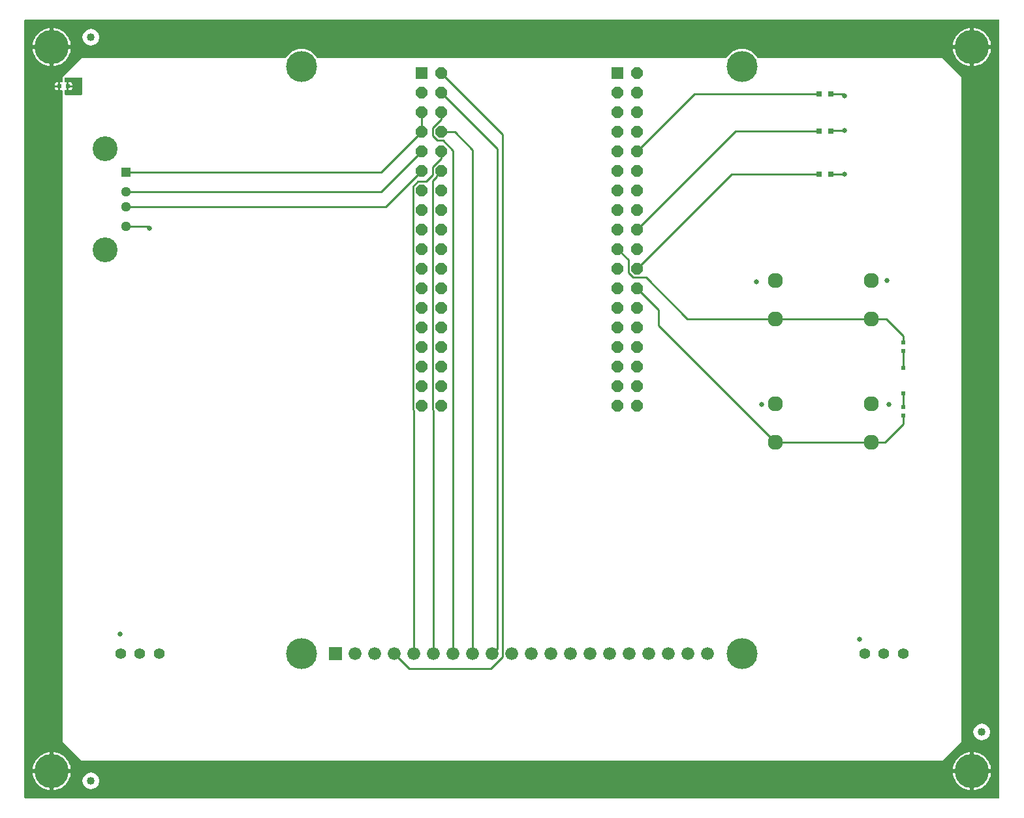
<source format=gbr>
G04 EAGLE Gerber RS-274X export*
G75*
%MOMM*%
%FSLAX34Y34*%
%LPD*%
%INTop Copper*%
%IPPOS*%
%AMOC8*
5,1,8,0,0,1.08239X$1,22.5*%
G01*
%ADD10R,0.800000X0.800000*%
%ADD11C,1.016000*%
%ADD12R,1.288000X1.288000*%
%ADD13C,1.288000*%
%ADD14C,3.220000*%
%ADD15R,1.676400X1.676400*%
%ADD16C,1.676400*%
%ADD17C,4.016000*%
%ADD18C,1.400000*%
%ADD19R,0.508000X0.609600*%
%ADD20C,1.960000*%
%ADD21R,1.524000X1.524000*%
%ADD22P,1.649562X8X292.500000*%
%ADD23R,0.609600X0.508000*%
%ADD24C,4.445000*%
%ADD25C,0.609600*%
%ADD26C,0.254000*%
%ADD27C,0.654800*%

G36*
X1267444Y1012308D02*
X1267444Y1012308D01*
X1267437Y1012427D01*
X1267424Y1012465D01*
X1267419Y1012506D01*
X1267376Y1012616D01*
X1267339Y1012729D01*
X1267317Y1012764D01*
X1267302Y1012801D01*
X1267233Y1012897D01*
X1267169Y1012998D01*
X1267139Y1013026D01*
X1267116Y1013059D01*
X1267024Y1013135D01*
X1266937Y1013216D01*
X1266902Y1013236D01*
X1266871Y1013261D01*
X1266763Y1013312D01*
X1266659Y1013370D01*
X1266619Y1013380D01*
X1266583Y1013397D01*
X1266466Y1013419D01*
X1266351Y1013449D01*
X1266291Y1013453D01*
X1266271Y1013457D01*
X1266250Y1013455D01*
X1266190Y1013459D01*
X3810Y1013459D01*
X3692Y1013444D01*
X3573Y1013437D01*
X3535Y1013424D01*
X3494Y1013419D01*
X3384Y1013376D01*
X3271Y1013339D01*
X3236Y1013317D01*
X3199Y1013302D01*
X3103Y1013233D01*
X3002Y1013169D01*
X2974Y1013139D01*
X2941Y1013116D01*
X2865Y1013024D01*
X2784Y1012937D01*
X2764Y1012902D01*
X2739Y1012871D01*
X2688Y1012763D01*
X2630Y1012659D01*
X2620Y1012619D01*
X2603Y1012583D01*
X2581Y1012466D01*
X2551Y1012351D01*
X2547Y1012291D01*
X2543Y1012271D01*
X2545Y1012250D01*
X2541Y1012190D01*
X2541Y3810D01*
X2556Y3692D01*
X2563Y3573D01*
X2576Y3535D01*
X2581Y3494D01*
X2624Y3384D01*
X2661Y3271D01*
X2683Y3236D01*
X2698Y3199D01*
X2767Y3103D01*
X2831Y3002D01*
X2861Y2974D01*
X2884Y2941D01*
X2976Y2865D01*
X3063Y2784D01*
X3098Y2764D01*
X3129Y2739D01*
X3237Y2688D01*
X3341Y2630D01*
X3381Y2620D01*
X3417Y2603D01*
X3534Y2581D01*
X3649Y2551D01*
X3709Y2547D01*
X3729Y2543D01*
X3750Y2545D01*
X3810Y2541D01*
X1266190Y2541D01*
X1266308Y2556D01*
X1266427Y2563D01*
X1266465Y2576D01*
X1266506Y2581D01*
X1266616Y2624D01*
X1266729Y2661D01*
X1266764Y2683D01*
X1266801Y2698D01*
X1266897Y2767D01*
X1266998Y2831D01*
X1267026Y2861D01*
X1267059Y2884D01*
X1267135Y2976D01*
X1267216Y3063D01*
X1267236Y3098D01*
X1267261Y3129D01*
X1267312Y3237D01*
X1267370Y3341D01*
X1267380Y3381D01*
X1267397Y3417D01*
X1267419Y3534D01*
X1267449Y3649D01*
X1267453Y3709D01*
X1267457Y3729D01*
X1267455Y3750D01*
X1267459Y3810D01*
X1267459Y1012190D01*
X1267444Y1012308D01*
G37*
%LPC*%
G36*
X52054Y920868D02*
X52054Y920868D01*
X52047Y920987D01*
X52034Y921025D01*
X52029Y921066D01*
X51986Y921176D01*
X51949Y921289D01*
X51927Y921324D01*
X51912Y921361D01*
X51843Y921457D01*
X51779Y921558D01*
X51749Y921586D01*
X51726Y921619D01*
X51634Y921695D01*
X51547Y921776D01*
X51512Y921796D01*
X51481Y921821D01*
X51373Y921872D01*
X51269Y921930D01*
X51229Y921940D01*
X51193Y921957D01*
X51076Y921979D01*
X50961Y922009D01*
X50901Y922013D01*
X50881Y922017D01*
X50860Y922015D01*
X50800Y922019D01*
X49021Y922019D01*
X49021Y927100D01*
X49021Y932181D01*
X50800Y932181D01*
X50918Y932196D01*
X51037Y932203D01*
X51075Y932216D01*
X51116Y932221D01*
X51226Y932264D01*
X51339Y932301D01*
X51374Y932323D01*
X51411Y932338D01*
X51507Y932407D01*
X51608Y932471D01*
X51636Y932501D01*
X51669Y932524D01*
X51745Y932616D01*
X51826Y932703D01*
X51846Y932738D01*
X51871Y932769D01*
X51922Y932877D01*
X51980Y932981D01*
X51990Y933021D01*
X52007Y933057D01*
X52029Y933174D01*
X52059Y933289D01*
X52063Y933349D01*
X52067Y933369D01*
X52065Y933390D01*
X52069Y933450D01*
X52069Y939274D01*
X76726Y963931D01*
X341352Y963931D01*
X341382Y963934D01*
X341411Y963932D01*
X341539Y963954D01*
X341668Y963971D01*
X341695Y963981D01*
X341724Y963987D01*
X341843Y964040D01*
X341963Y964088D01*
X341987Y964105D01*
X342014Y964117D01*
X342116Y964198D01*
X342221Y964274D01*
X342240Y964297D01*
X342263Y964316D01*
X342341Y964419D01*
X342424Y964519D01*
X342436Y964546D01*
X342454Y964570D01*
X342525Y964714D01*
X342773Y965314D01*
X349136Y971677D01*
X357450Y975121D01*
X366450Y975121D01*
X374764Y971677D01*
X381127Y965314D01*
X381375Y964714D01*
X381390Y964689D01*
X381399Y964661D01*
X381468Y964551D01*
X381533Y964438D01*
X381553Y964417D01*
X381569Y964392D01*
X381664Y964303D01*
X381754Y964210D01*
X381779Y964194D01*
X381801Y964174D01*
X381914Y964111D01*
X382025Y964043D01*
X382053Y964035D01*
X382079Y964020D01*
X382205Y963988D01*
X382329Y963950D01*
X382359Y963948D01*
X382387Y963941D01*
X382548Y963931D01*
X912852Y963931D01*
X912882Y963934D01*
X912911Y963932D01*
X913039Y963954D01*
X913168Y963971D01*
X913195Y963981D01*
X913224Y963987D01*
X913343Y964040D01*
X913463Y964088D01*
X913487Y964105D01*
X913514Y964117D01*
X913616Y964198D01*
X913721Y964274D01*
X913740Y964297D01*
X913763Y964316D01*
X913841Y964419D01*
X913924Y964519D01*
X913936Y964546D01*
X913954Y964570D01*
X914025Y964714D01*
X914273Y965314D01*
X920636Y971677D01*
X928950Y975121D01*
X937950Y975121D01*
X946264Y971677D01*
X952627Y965314D01*
X952875Y964714D01*
X952890Y964689D01*
X952899Y964661D01*
X952968Y964551D01*
X953033Y964438D01*
X953053Y964417D01*
X953069Y964392D01*
X953164Y964303D01*
X953254Y964210D01*
X953279Y964194D01*
X953301Y964174D01*
X953414Y964111D01*
X953525Y964043D01*
X953553Y964035D01*
X953579Y964020D01*
X953705Y963988D01*
X953829Y963950D01*
X953859Y963948D01*
X953887Y963941D01*
X954048Y963931D01*
X1193274Y963931D01*
X1217931Y939274D01*
X1217931Y76726D01*
X1193274Y52069D01*
X76726Y52069D01*
X52069Y76726D01*
X52069Y920750D01*
X52054Y920868D01*
G37*
%LPD*%
G36*
X76318Y915686D02*
X76318Y915686D01*
X76437Y915693D01*
X76475Y915706D01*
X76516Y915711D01*
X76626Y915754D01*
X76739Y915791D01*
X76774Y915813D01*
X76811Y915828D01*
X76907Y915898D01*
X77008Y915961D01*
X77036Y915991D01*
X77069Y916014D01*
X77145Y916106D01*
X77226Y916193D01*
X77246Y916228D01*
X77271Y916259D01*
X77322Y916367D01*
X77380Y916471D01*
X77390Y916511D01*
X77407Y916547D01*
X77429Y916664D01*
X77459Y916779D01*
X77463Y916840D01*
X77467Y916860D01*
X77465Y916880D01*
X77469Y916940D01*
X77469Y937260D01*
X77454Y937378D01*
X77447Y937497D01*
X77434Y937535D01*
X77429Y937576D01*
X77386Y937686D01*
X77349Y937799D01*
X77327Y937834D01*
X77312Y937871D01*
X77243Y937967D01*
X77179Y938068D01*
X77149Y938096D01*
X77126Y938129D01*
X77034Y938205D01*
X76947Y938286D01*
X76912Y938306D01*
X76881Y938331D01*
X76773Y938382D01*
X76669Y938440D01*
X76629Y938450D01*
X76593Y938467D01*
X76476Y938489D01*
X76361Y938519D01*
X76301Y938523D01*
X76281Y938527D01*
X76260Y938525D01*
X76200Y938529D01*
X55880Y938529D01*
X55762Y938514D01*
X55643Y938507D01*
X55605Y938494D01*
X55564Y938489D01*
X55454Y938446D01*
X55341Y938409D01*
X55306Y938387D01*
X55269Y938372D01*
X55173Y938303D01*
X55072Y938239D01*
X55044Y938209D01*
X55011Y938186D01*
X54936Y938094D01*
X54854Y938007D01*
X54834Y937972D01*
X54809Y937941D01*
X54758Y937833D01*
X54700Y937729D01*
X54690Y937689D01*
X54673Y937653D01*
X54651Y937536D01*
X54621Y937421D01*
X54617Y937361D01*
X54613Y937341D01*
X54614Y937331D01*
X54613Y937328D01*
X54614Y937314D01*
X54611Y937260D01*
X54611Y933450D01*
X54626Y933332D01*
X54633Y933213D01*
X54646Y933175D01*
X54651Y933134D01*
X54694Y933024D01*
X54731Y932911D01*
X54753Y932876D01*
X54768Y932839D01*
X54838Y932743D01*
X54901Y932642D01*
X54931Y932614D01*
X54954Y932581D01*
X55046Y932505D01*
X55133Y932424D01*
X55168Y932404D01*
X55199Y932379D01*
X55307Y932328D01*
X55411Y932270D01*
X55451Y932260D01*
X55487Y932243D01*
X55604Y932221D01*
X55719Y932191D01*
X55780Y932187D01*
X55800Y932183D01*
X55820Y932185D01*
X55880Y932181D01*
X57659Y932181D01*
X57659Y927100D01*
X57659Y922019D01*
X55880Y922019D01*
X55762Y922004D01*
X55643Y921997D01*
X55605Y921984D01*
X55564Y921979D01*
X55454Y921936D01*
X55341Y921899D01*
X55306Y921877D01*
X55269Y921862D01*
X55173Y921793D01*
X55072Y921729D01*
X55044Y921699D01*
X55011Y921676D01*
X54936Y921584D01*
X54854Y921497D01*
X54834Y921462D01*
X54809Y921431D01*
X54758Y921323D01*
X54700Y921219D01*
X54690Y921179D01*
X54673Y921143D01*
X54651Y921026D01*
X54621Y920911D01*
X54617Y920851D01*
X54613Y920831D01*
X54613Y920829D01*
X54613Y920828D01*
X54615Y920809D01*
X54611Y920750D01*
X54611Y916940D01*
X54626Y916822D01*
X54633Y916703D01*
X54646Y916665D01*
X54651Y916624D01*
X54694Y916514D01*
X54731Y916401D01*
X54753Y916366D01*
X54768Y916329D01*
X54838Y916233D01*
X54901Y916132D01*
X54931Y916104D01*
X54954Y916071D01*
X55046Y915996D01*
X55133Y915914D01*
X55168Y915894D01*
X55199Y915869D01*
X55307Y915818D01*
X55411Y915760D01*
X55451Y915750D01*
X55487Y915733D01*
X55604Y915711D01*
X55719Y915681D01*
X55780Y915677D01*
X55800Y915673D01*
X55820Y915675D01*
X55880Y915671D01*
X76200Y915671D01*
X76318Y915686D01*
G37*
%LPC*%
G36*
X83368Y981019D02*
X83368Y981019D01*
X79319Y985068D01*
X77836Y990600D01*
X79319Y996132D01*
X83368Y1000181D01*
X88900Y1001664D01*
X94432Y1000181D01*
X98481Y996132D01*
X99964Y990600D01*
X98481Y985068D01*
X94432Y981019D01*
X88900Y979536D01*
X83368Y981019D01*
G37*
%LPD*%
%LPC*%
G36*
X83368Y15819D02*
X83368Y15819D01*
X79319Y19868D01*
X77836Y25400D01*
X79319Y30932D01*
X83368Y34981D01*
X88900Y36464D01*
X94432Y34981D01*
X98481Y30932D01*
X99964Y25400D01*
X98481Y19868D01*
X94432Y15819D01*
X88900Y14336D01*
X83368Y15819D01*
G37*
%LPD*%
%LPC*%
G36*
X1239068Y79319D02*
X1239068Y79319D01*
X1235019Y83368D01*
X1233536Y88900D01*
X1235019Y94432D01*
X1239068Y98481D01*
X1244600Y99964D01*
X1250132Y98481D01*
X1254181Y94432D01*
X1255664Y88900D01*
X1254181Y83368D01*
X1250132Y79319D01*
X1244600Y77836D01*
X1239068Y79319D01*
G37*
%LPD*%
%LPC*%
G36*
X40639Y980439D02*
X40639Y980439D01*
X40639Y1002536D01*
X42255Y1002354D01*
X44967Y1001735D01*
X47592Y1000817D01*
X50099Y999610D01*
X52454Y998130D01*
X54629Y996395D01*
X56595Y994429D01*
X58330Y992254D01*
X59810Y989899D01*
X61017Y987392D01*
X61935Y984767D01*
X62554Y982055D01*
X62736Y980439D01*
X40639Y980439D01*
G37*
%LPD*%
%LPC*%
G36*
X1234439Y980439D02*
X1234439Y980439D01*
X1234439Y1002536D01*
X1236055Y1002354D01*
X1238767Y1001735D01*
X1241392Y1000817D01*
X1243899Y999610D01*
X1246254Y998130D01*
X1248429Y996395D01*
X1250395Y994429D01*
X1252130Y992254D01*
X1253610Y989899D01*
X1254817Y987392D01*
X1255735Y984767D01*
X1256354Y982055D01*
X1256536Y980439D01*
X1234439Y980439D01*
G37*
%LPD*%
%LPC*%
G36*
X40639Y40639D02*
X40639Y40639D01*
X40639Y62736D01*
X42255Y62554D01*
X44967Y61935D01*
X47592Y61017D01*
X50099Y59810D01*
X52454Y58330D01*
X54629Y56595D01*
X56595Y54629D01*
X58330Y52454D01*
X59810Y50099D01*
X61017Y47592D01*
X61935Y44967D01*
X62554Y42255D01*
X62736Y40639D01*
X40639Y40639D01*
G37*
%LPD*%
%LPC*%
G36*
X1234439Y40639D02*
X1234439Y40639D01*
X1234439Y62736D01*
X1236055Y62554D01*
X1238767Y61935D01*
X1241392Y61017D01*
X1243899Y59810D01*
X1246254Y58330D01*
X1248429Y56595D01*
X1250395Y54629D01*
X1252130Y52454D01*
X1253610Y50099D01*
X1254817Y47592D01*
X1255735Y44967D01*
X1256354Y42255D01*
X1256536Y40639D01*
X1234439Y40639D01*
G37*
%LPD*%
%LPC*%
G36*
X13464Y980439D02*
X13464Y980439D01*
X13646Y982055D01*
X14265Y984767D01*
X15183Y987392D01*
X16390Y989899D01*
X17870Y992254D01*
X19605Y994429D01*
X21571Y996395D01*
X23746Y998130D01*
X26101Y999610D01*
X28608Y1000817D01*
X31233Y1001735D01*
X33945Y1002354D01*
X35561Y1002536D01*
X35561Y980439D01*
X13464Y980439D01*
G37*
%LPD*%
%LPC*%
G36*
X1207264Y980439D02*
X1207264Y980439D01*
X1207446Y982055D01*
X1208065Y984767D01*
X1208983Y987392D01*
X1210190Y989899D01*
X1211670Y992254D01*
X1213405Y994429D01*
X1215371Y996395D01*
X1217546Y998130D01*
X1219901Y999610D01*
X1222408Y1000817D01*
X1225033Y1001735D01*
X1227745Y1002354D01*
X1229361Y1002536D01*
X1229361Y980439D01*
X1207264Y980439D01*
G37*
%LPD*%
%LPC*%
G36*
X13464Y40639D02*
X13464Y40639D01*
X13646Y42255D01*
X14265Y44967D01*
X15183Y47592D01*
X16390Y50099D01*
X17870Y52454D01*
X19605Y54629D01*
X21571Y56595D01*
X23746Y58330D01*
X26101Y59810D01*
X28608Y61017D01*
X31233Y61935D01*
X33945Y62554D01*
X35561Y62736D01*
X35561Y40639D01*
X13464Y40639D01*
G37*
%LPD*%
%LPC*%
G36*
X1207264Y40639D02*
X1207264Y40639D01*
X1207446Y42255D01*
X1208065Y44967D01*
X1208983Y47592D01*
X1210190Y50099D01*
X1211670Y52454D01*
X1213405Y54629D01*
X1215371Y56595D01*
X1217546Y58330D01*
X1219901Y59810D01*
X1222408Y61017D01*
X1225033Y61935D01*
X1227745Y62554D01*
X1229361Y62736D01*
X1229361Y40639D01*
X1207264Y40639D01*
G37*
%LPD*%
%LPC*%
G36*
X1234439Y35561D02*
X1234439Y35561D01*
X1256536Y35561D01*
X1256354Y33945D01*
X1255735Y31233D01*
X1254817Y28608D01*
X1253610Y26101D01*
X1252130Y23746D01*
X1250395Y21571D01*
X1248429Y19605D01*
X1246254Y17870D01*
X1243899Y16390D01*
X1241392Y15183D01*
X1238767Y14265D01*
X1236055Y13646D01*
X1234439Y13464D01*
X1234439Y35561D01*
G37*
%LPD*%
%LPC*%
G36*
X40639Y35561D02*
X40639Y35561D01*
X62736Y35561D01*
X62554Y33945D01*
X61935Y31233D01*
X61017Y28608D01*
X59810Y26101D01*
X58330Y23746D01*
X56595Y21571D01*
X54629Y19605D01*
X52454Y17870D01*
X50099Y16390D01*
X47592Y15183D01*
X44967Y14265D01*
X42255Y13646D01*
X40639Y13464D01*
X40639Y35561D01*
G37*
%LPD*%
%LPC*%
G36*
X1234439Y975361D02*
X1234439Y975361D01*
X1256536Y975361D01*
X1256354Y973745D01*
X1255735Y971033D01*
X1254817Y968408D01*
X1253610Y965901D01*
X1252130Y963546D01*
X1250395Y961371D01*
X1248429Y959405D01*
X1246254Y957670D01*
X1243899Y956190D01*
X1241392Y954983D01*
X1238767Y954065D01*
X1236055Y953446D01*
X1234439Y953264D01*
X1234439Y975361D01*
G37*
%LPD*%
%LPC*%
G36*
X40639Y975361D02*
X40639Y975361D01*
X62736Y975361D01*
X62554Y973745D01*
X61935Y971033D01*
X61017Y968408D01*
X59810Y965901D01*
X58330Y963546D01*
X56595Y961371D01*
X54629Y959405D01*
X52454Y957670D01*
X50099Y956190D01*
X47592Y954983D01*
X44967Y954065D01*
X42255Y953446D01*
X40639Y953264D01*
X40639Y975361D01*
G37*
%LPD*%
%LPC*%
G36*
X1227745Y13646D02*
X1227745Y13646D01*
X1225033Y14265D01*
X1222408Y15183D01*
X1219901Y16390D01*
X1217546Y17870D01*
X1215371Y19605D01*
X1213405Y21571D01*
X1211670Y23746D01*
X1210190Y26101D01*
X1208983Y28608D01*
X1208065Y31233D01*
X1207446Y33945D01*
X1207264Y35561D01*
X1229361Y35561D01*
X1229361Y13464D01*
X1227745Y13646D01*
G37*
%LPD*%
%LPC*%
G36*
X33945Y13646D02*
X33945Y13646D01*
X31233Y14265D01*
X28608Y15183D01*
X26101Y16390D01*
X23746Y17870D01*
X21571Y19605D01*
X19605Y21571D01*
X17870Y23746D01*
X16390Y26101D01*
X15183Y28608D01*
X14265Y31233D01*
X13646Y33945D01*
X13464Y35561D01*
X35561Y35561D01*
X35561Y13464D01*
X33945Y13646D01*
G37*
%LPD*%
%LPC*%
G36*
X1227745Y953446D02*
X1227745Y953446D01*
X1225033Y954065D01*
X1222408Y954983D01*
X1219901Y956190D01*
X1217546Y957670D01*
X1215371Y959405D01*
X1213405Y961371D01*
X1211670Y963546D01*
X1210190Y965901D01*
X1208983Y968408D01*
X1208065Y971033D01*
X1207446Y973745D01*
X1207264Y975361D01*
X1229361Y975361D01*
X1229361Y953264D01*
X1227745Y953446D01*
G37*
%LPD*%
%LPC*%
G36*
X33945Y953446D02*
X33945Y953446D01*
X31233Y954065D01*
X28608Y954983D01*
X26101Y956190D01*
X23746Y957670D01*
X21571Y959405D01*
X19605Y961371D01*
X17870Y963546D01*
X16390Y965901D01*
X15183Y968408D01*
X14265Y971033D01*
X13646Y973745D01*
X13464Y975361D01*
X35561Y975361D01*
X35561Y953264D01*
X33945Y953446D01*
G37*
%LPD*%
%LPC*%
G36*
X60197Y928369D02*
X60197Y928369D01*
X60197Y932181D01*
X62310Y932181D01*
X62957Y932008D01*
X63536Y931673D01*
X64009Y931200D01*
X64344Y930621D01*
X64517Y929974D01*
X64517Y928369D01*
X60197Y928369D01*
G37*
%LPD*%
%LPC*%
G36*
X42163Y928369D02*
X42163Y928369D01*
X42163Y929974D01*
X42336Y930621D01*
X42671Y931200D01*
X43144Y931673D01*
X43723Y932008D01*
X44370Y932181D01*
X46483Y932181D01*
X46483Y928369D01*
X42163Y928369D01*
G37*
%LPD*%
%LPC*%
G36*
X60197Y922019D02*
X60197Y922019D01*
X60197Y925831D01*
X64517Y925831D01*
X64517Y924226D01*
X64344Y923579D01*
X64009Y923000D01*
X63536Y922527D01*
X62957Y922192D01*
X62310Y922019D01*
X60197Y922019D01*
G37*
%LPD*%
%LPC*%
G36*
X44370Y922019D02*
X44370Y922019D01*
X43723Y922192D01*
X43144Y922527D01*
X42671Y923000D01*
X42336Y923579D01*
X42163Y924226D01*
X42163Y925831D01*
X46483Y925831D01*
X46483Y922019D01*
X44370Y922019D01*
G37*
%LPD*%
%LPC*%
G36*
X1231899Y977899D02*
X1231899Y977899D01*
X1231899Y977901D01*
X1231901Y977901D01*
X1231901Y977899D01*
X1231899Y977899D01*
G37*
%LPD*%
%LPC*%
G36*
X38099Y977899D02*
X38099Y977899D01*
X38099Y977901D01*
X38101Y977901D01*
X38101Y977899D01*
X38099Y977899D01*
G37*
%LPD*%
%LPC*%
G36*
X1231899Y38099D02*
X1231899Y38099D01*
X1231899Y38101D01*
X1231901Y38101D01*
X1231901Y38099D01*
X1231899Y38099D01*
G37*
%LPD*%
%LPC*%
G36*
X38099Y38099D02*
X38099Y38099D01*
X38099Y38101D01*
X38101Y38101D01*
X38101Y38099D01*
X38099Y38099D01*
G37*
%LPD*%
D10*
X1033900Y812800D03*
X1048900Y812800D03*
D11*
X88900Y990600D03*
X88900Y25400D03*
X1244600Y88900D03*
D10*
X1033900Y868680D03*
X1048900Y868680D03*
D12*
X134620Y815340D03*
D13*
X134620Y790340D03*
X134620Y770340D03*
X134620Y745340D03*
D14*
X107520Y846040D03*
X107520Y714640D03*
D15*
X406400Y190500D03*
D16*
X431800Y190500D03*
X457200Y190500D03*
X482600Y190500D03*
X508000Y190500D03*
X533400Y190500D03*
X558800Y190500D03*
X584200Y190500D03*
X609600Y190500D03*
X635000Y190500D03*
X660400Y190500D03*
X685800Y190500D03*
X711200Y190500D03*
X736600Y190500D03*
X762000Y190500D03*
X787400Y190500D03*
X812800Y190500D03*
X838200Y190500D03*
X863600Y190500D03*
X889000Y190500D03*
D17*
X361950Y190500D03*
X933450Y190500D03*
X361950Y952500D03*
X933450Y952500D03*
D18*
X177400Y190500D03*
X152400Y190500D03*
X127400Y190500D03*
D19*
X1143000Y499872D03*
X1143000Y511048D03*
D18*
X1142600Y190500D03*
X1117600Y190500D03*
X1092600Y190500D03*
D19*
X1143000Y594868D03*
X1143000Y583692D03*
D10*
X1033900Y916940D03*
X1048900Y916940D03*
D20*
X976360Y465220D03*
X976360Y515220D03*
X1101360Y515220D03*
X1101360Y465220D03*
X976360Y625240D03*
X976360Y675240D03*
X1101360Y675240D03*
X1101360Y625240D03*
D21*
X517900Y944200D03*
D22*
X543300Y944200D03*
X517900Y918800D03*
X543300Y918800D03*
X517900Y893400D03*
X543300Y893400D03*
X517900Y868000D03*
X543300Y868000D03*
X517900Y842600D03*
X543300Y842600D03*
X517900Y817200D03*
X543300Y817200D03*
X517900Y791800D03*
X543300Y791800D03*
X517900Y766400D03*
X543300Y766400D03*
X517900Y741000D03*
X543300Y741000D03*
X517900Y715600D03*
X543300Y715600D03*
X517900Y690200D03*
X543300Y690200D03*
X517900Y664800D03*
X543300Y664800D03*
X517900Y639400D03*
X543300Y639400D03*
X517900Y614000D03*
X543300Y614000D03*
X517900Y588600D03*
X543300Y588600D03*
X517900Y563200D03*
X543300Y563200D03*
X517900Y537800D03*
X543300Y537800D03*
X517900Y512400D03*
X543300Y512400D03*
D21*
X771900Y944200D03*
D22*
X797300Y944200D03*
X771900Y918800D03*
X797300Y918800D03*
X771900Y893400D03*
X797300Y893400D03*
X771900Y868000D03*
X797300Y868000D03*
X771900Y842600D03*
X797300Y842600D03*
X771900Y817200D03*
X797300Y817200D03*
X771900Y791800D03*
X797300Y791800D03*
X771900Y766400D03*
X797300Y766400D03*
X771900Y741000D03*
X797300Y741000D03*
X771900Y715600D03*
X797300Y715600D03*
X771900Y690200D03*
X797300Y690200D03*
X771900Y664800D03*
X797300Y664800D03*
X771900Y639400D03*
X797300Y639400D03*
X771900Y614000D03*
X797300Y614000D03*
X771900Y588600D03*
X797300Y588600D03*
X771900Y563200D03*
X797300Y563200D03*
X771900Y537800D03*
X797300Y537800D03*
X771900Y512400D03*
X797300Y512400D03*
D23*
X47752Y927100D03*
X58928Y927100D03*
D24*
X1231900Y977900D03*
X38100Y977900D03*
X38100Y38100D03*
X1231900Y38100D03*
D25*
X71120Y932180D03*
X71120Y922020D03*
D26*
X134620Y745340D02*
X162710Y745340D01*
X165100Y742950D01*
D27*
X165100Y742950D03*
X127000Y215900D03*
D26*
X1048900Y916940D02*
X1064260Y916940D01*
X1066800Y914400D01*
D27*
X1066800Y914400D03*
D26*
X1050170Y869950D02*
X1048900Y868680D01*
X1050170Y869950D02*
X1066800Y869950D01*
D27*
X1066800Y869950D03*
D26*
X1066800Y812800D02*
X1048900Y812800D01*
D27*
X1066800Y812800D03*
X952500Y673100D03*
X1085850Y209550D03*
X1121810Y675240D03*
X958850Y514350D03*
X1123950Y514350D03*
D26*
X1143000Y561340D02*
X1143000Y583692D01*
D25*
X1143000Y561340D03*
D26*
X1143000Y528320D02*
X1143000Y511048D01*
D25*
X1143000Y528320D03*
D26*
X517900Y868000D02*
X517900Y893400D01*
X465240Y815340D02*
X134620Y815340D01*
X465240Y815340D02*
X517900Y868000D01*
X862260Y625240D02*
X976360Y625240D01*
X792566Y678770D02*
X785870Y685466D01*
X808730Y678770D02*
X862260Y625240D01*
X785870Y701630D02*
X771900Y715600D01*
X792566Y678770D02*
X808730Y678770D01*
X785870Y685466D02*
X785870Y701630D01*
X1143000Y603250D02*
X1143000Y594868D01*
X1143000Y603250D02*
X1121010Y625240D01*
X1101360Y625240D01*
X976360Y625240D01*
X1143000Y499872D02*
X1143000Y488950D01*
X1119270Y465220D01*
X1101360Y465220D01*
X976360Y465220D02*
X825500Y616080D01*
X825500Y636600D02*
X797300Y664800D01*
X825500Y636600D02*
X825500Y616080D01*
X976360Y465220D02*
X1101360Y465220D01*
X1033900Y812800D02*
X919900Y812800D01*
X797300Y690200D01*
X924980Y868680D02*
X1033900Y868680D01*
X924980Y868680D02*
X797300Y741000D01*
X871640Y916940D02*
X1033900Y916940D01*
X871640Y916940D02*
X797300Y842600D01*
X584200Y844550D02*
X584200Y190500D01*
X560750Y868000D02*
X543300Y868000D01*
X560750Y868000D02*
X584200Y844550D01*
X533400Y506136D02*
X533400Y190500D01*
X533400Y506136D02*
X531870Y507666D01*
X537548Y809764D02*
X537548Y811448D01*
X543300Y817200D01*
X531870Y804086D02*
X531870Y507666D01*
X531870Y804086D02*
X537548Y809764D01*
X508000Y506136D02*
X508000Y190500D01*
X508000Y506136D02*
X507068Y507068D01*
X506470Y796535D02*
X513166Y803230D01*
X523830Y803230D02*
X532468Y811868D01*
X523830Y803230D02*
X513166Y803230D01*
X531870Y812466D02*
X532468Y811868D01*
X531870Y812466D02*
X531870Y821935D01*
X543300Y833365D02*
X543300Y842600D01*
X543300Y833365D02*
X531870Y821935D01*
X506470Y796535D02*
X506470Y507666D01*
X507068Y507068D01*
X538566Y856570D02*
X531870Y863266D01*
X531870Y872735D01*
X558800Y843265D02*
X558800Y190500D01*
X558800Y843265D02*
X545495Y856570D01*
X538566Y856570D01*
X531870Y872735D02*
X543300Y884165D01*
X543300Y893400D01*
X465640Y790340D02*
X134620Y790340D01*
X465640Y790340D02*
X517900Y842600D01*
X471040Y770340D02*
X134620Y770340D01*
X471040Y770340D02*
X517900Y817200D01*
X615950Y846150D02*
X543300Y918800D01*
X615950Y196850D02*
X609600Y190500D01*
X615950Y196850D02*
X615950Y846150D01*
X482600Y190500D02*
X501650Y171450D01*
X607792Y171450D02*
X622808Y186466D01*
X622808Y864692D02*
X543300Y944200D01*
X501650Y171450D02*
X607792Y171450D01*
X622808Y186466D02*
X622808Y864692D01*
M02*

</source>
